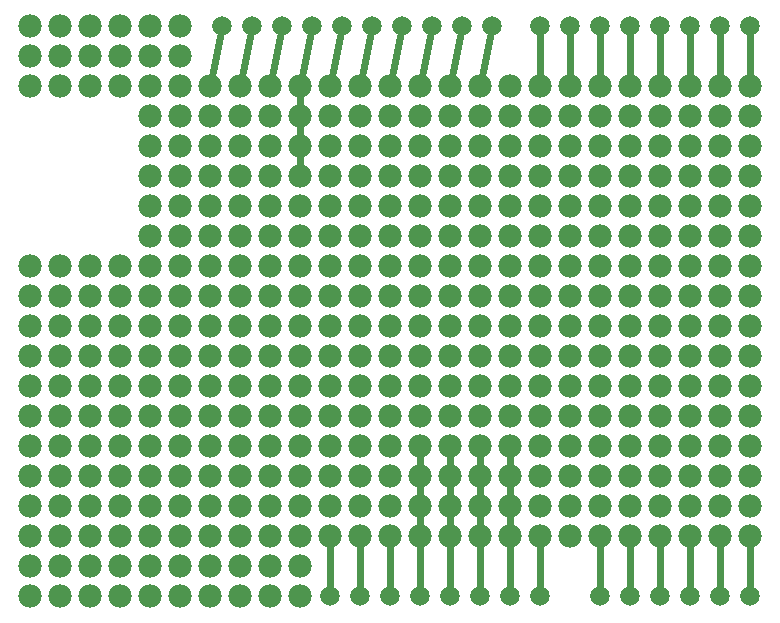
<source format=gtl>
G04 MADE WITH FRITZING*
G04 WWW.FRITZING.ORG*
G04 DOUBLE SIDED*
G04 HOLES PLATED*
G04 CONTOUR ON CENTER OF CONTOUR VECTOR*
%ASAXBY*%
%FSLAX23Y23*%
%MOIN*%
%OFA0B0*%
%SFA1.0B1.0*%
%ADD10C,0.078000*%
%ADD11C,0.065278*%
%ADD12C,0.024000*%
%LNCOPPER1*%
G90*
G70*
G54D10*
X612Y1994D03*
X612Y1894D03*
X612Y1794D03*
X612Y1694D03*
X612Y1594D03*
X612Y1494D03*
X612Y1394D03*
X612Y1294D03*
X612Y1194D03*
X612Y1094D03*
X612Y994D03*
X612Y894D03*
X612Y794D03*
X612Y694D03*
X612Y594D03*
X612Y494D03*
X612Y394D03*
X612Y294D03*
X612Y194D03*
X612Y94D03*
X2312Y1794D03*
X2312Y1694D03*
X2312Y1594D03*
X2312Y1494D03*
X2312Y1394D03*
X2312Y1294D03*
X2312Y1194D03*
X2312Y1094D03*
X2312Y994D03*
X2312Y894D03*
X2312Y794D03*
X2312Y694D03*
X2312Y594D03*
X2312Y494D03*
X2312Y394D03*
X2312Y294D03*
X2412Y1794D03*
X2412Y1694D03*
X2412Y1594D03*
X2412Y1494D03*
X2412Y1394D03*
X2412Y1294D03*
X2412Y1194D03*
X2412Y1094D03*
X2412Y994D03*
X2412Y894D03*
X2412Y794D03*
X2412Y694D03*
X2412Y594D03*
X2412Y494D03*
X2412Y394D03*
X2412Y294D03*
X2212Y1794D03*
X2212Y1694D03*
X2212Y1594D03*
X2212Y1494D03*
X2212Y1394D03*
X2212Y1294D03*
X2212Y1194D03*
X2212Y1094D03*
X2212Y994D03*
X2212Y894D03*
X2212Y794D03*
X2212Y694D03*
X2212Y594D03*
X2212Y494D03*
X2212Y394D03*
X2212Y294D03*
X2012Y1794D03*
X2012Y1694D03*
X2012Y1594D03*
X2012Y1494D03*
X2012Y1394D03*
X2012Y1294D03*
X2012Y1194D03*
X2012Y1094D03*
X2012Y994D03*
X2012Y894D03*
X2012Y794D03*
X2012Y694D03*
X2012Y594D03*
X2012Y494D03*
X2012Y394D03*
X2012Y294D03*
X2112Y1794D03*
X2112Y1694D03*
X2112Y1594D03*
X2112Y1494D03*
X2112Y1394D03*
X2112Y1294D03*
X2112Y1194D03*
X2112Y1094D03*
X2112Y994D03*
X2112Y894D03*
X2112Y794D03*
X2112Y694D03*
X2112Y594D03*
X2112Y494D03*
X2112Y394D03*
X2112Y294D03*
X1812Y1794D03*
X1812Y1694D03*
X1812Y1594D03*
X1812Y1494D03*
X1812Y1394D03*
X1812Y1294D03*
X1812Y1194D03*
X1812Y1094D03*
X1812Y994D03*
X1812Y894D03*
X1812Y794D03*
X1812Y694D03*
X1812Y594D03*
X1812Y494D03*
X1812Y394D03*
X1812Y294D03*
X1912Y1794D03*
X1912Y1694D03*
X1912Y1594D03*
X1912Y1494D03*
X1912Y1394D03*
X1912Y1294D03*
X1912Y1194D03*
X1912Y1094D03*
X1912Y994D03*
X1912Y894D03*
X1912Y794D03*
X1912Y694D03*
X1912Y594D03*
X1912Y494D03*
X1912Y394D03*
X1912Y294D03*
X1312Y1794D03*
X1312Y1694D03*
X1312Y1594D03*
X1312Y1494D03*
X1312Y1394D03*
X1312Y1294D03*
X1312Y1194D03*
X1312Y1094D03*
X1312Y994D03*
X1312Y894D03*
X1312Y794D03*
X1312Y694D03*
X1312Y594D03*
X1312Y494D03*
X1312Y394D03*
X1312Y294D03*
X1412Y1794D03*
X1412Y1694D03*
X1412Y1594D03*
X1412Y1494D03*
X1412Y1394D03*
X1412Y1294D03*
X1412Y1194D03*
X1412Y1094D03*
X1412Y994D03*
X1412Y894D03*
X1412Y794D03*
X1412Y694D03*
X1212Y1794D03*
X1212Y1694D03*
X1212Y1594D03*
X1212Y1494D03*
X1212Y1394D03*
X1212Y1294D03*
X1212Y1194D03*
X1212Y1094D03*
X1212Y994D03*
X1212Y894D03*
X1212Y794D03*
X1212Y694D03*
X1212Y594D03*
X1212Y494D03*
X1212Y394D03*
X1212Y294D03*
X1112Y1794D03*
X1112Y1694D03*
X1112Y1594D03*
X1112Y1494D03*
X1112Y1394D03*
X1112Y1294D03*
X1112Y1194D03*
X1112Y1094D03*
X1112Y994D03*
X1112Y894D03*
X1112Y794D03*
X1112Y694D03*
X1112Y594D03*
X1112Y494D03*
X1112Y394D03*
X1112Y294D03*
X1012Y1794D03*
X1012Y1694D03*
X1012Y1594D03*
X1012Y1494D03*
X912Y1794D03*
X912Y1694D03*
X912Y1594D03*
X912Y1494D03*
X912Y1394D03*
X912Y1294D03*
X912Y1194D03*
X912Y1094D03*
X912Y994D03*
X912Y894D03*
X912Y794D03*
X912Y694D03*
X912Y594D03*
X912Y494D03*
X912Y394D03*
X912Y294D03*
X912Y194D03*
X912Y94D03*
X712Y1794D03*
X712Y1694D03*
X712Y1594D03*
X712Y1494D03*
X712Y1394D03*
X712Y1294D03*
X712Y1194D03*
X712Y1094D03*
X712Y994D03*
X712Y894D03*
X712Y794D03*
X712Y694D03*
X712Y594D03*
X712Y494D03*
X712Y394D03*
X712Y294D03*
X712Y194D03*
X712Y94D03*
X812Y1794D03*
X812Y1694D03*
X812Y1594D03*
X812Y1494D03*
X812Y1394D03*
X812Y1294D03*
X812Y1194D03*
X812Y1094D03*
X812Y994D03*
X812Y894D03*
X812Y794D03*
X812Y694D03*
X812Y594D03*
X812Y494D03*
X812Y394D03*
X812Y294D03*
X812Y194D03*
X812Y94D03*
X1412Y594D03*
X1412Y494D03*
X1412Y394D03*
X1412Y294D03*
G54D11*
X2112Y94D03*
X2212Y94D03*
X2312Y94D03*
X2412Y94D03*
X2512Y94D03*
X1652Y1994D03*
X1552Y1994D03*
X1452Y1994D03*
X1352Y1994D03*
X1252Y1994D03*
X1152Y1994D03*
X1052Y1994D03*
X952Y1994D03*
X852Y1994D03*
X752Y1994D03*
X2512Y1994D03*
X2412Y1994D03*
X2312Y1994D03*
X2212Y1994D03*
X2112Y1994D03*
X2012Y1994D03*
X1912Y1994D03*
X1812Y1994D03*
X1212Y94D03*
X1112Y94D03*
X1312Y94D03*
X1412Y94D03*
X1512Y94D03*
X1612Y94D03*
X1712Y94D03*
X1812Y94D03*
X2012Y94D03*
G54D10*
X1712Y1794D03*
X1712Y1694D03*
X1712Y1594D03*
X1712Y1494D03*
X1712Y1394D03*
X1712Y1294D03*
X1712Y1194D03*
X1712Y1094D03*
X1712Y994D03*
X1712Y894D03*
X1712Y794D03*
X1712Y694D03*
X1512Y1794D03*
X1512Y1694D03*
X1512Y1594D03*
X1512Y1494D03*
X1512Y1394D03*
X1512Y1294D03*
X1512Y1194D03*
X1512Y1094D03*
X1512Y994D03*
X1512Y894D03*
X1512Y794D03*
X1512Y694D03*
X1612Y1794D03*
X1612Y1694D03*
X1612Y1594D03*
X1612Y1494D03*
X1612Y1394D03*
X1612Y1294D03*
X1612Y1194D03*
X1612Y1094D03*
X1612Y994D03*
X1612Y894D03*
X1612Y794D03*
X1612Y694D03*
X1512Y594D03*
X1512Y494D03*
X1512Y394D03*
X1512Y294D03*
X1612Y594D03*
X1612Y494D03*
X1612Y394D03*
X1612Y294D03*
X1612Y594D03*
X1612Y494D03*
X1612Y394D03*
X1612Y294D03*
X1712Y294D03*
X1712Y394D03*
X1712Y494D03*
X1712Y594D03*
X112Y1194D03*
X112Y1094D03*
X112Y994D03*
X112Y894D03*
X112Y794D03*
X112Y694D03*
X112Y594D03*
X112Y494D03*
X112Y394D03*
X112Y294D03*
X112Y194D03*
X112Y94D03*
X212Y1194D03*
X212Y1094D03*
X212Y994D03*
X212Y894D03*
X212Y794D03*
X212Y694D03*
X212Y594D03*
X212Y494D03*
X212Y394D03*
X212Y294D03*
X212Y194D03*
X212Y94D03*
X312Y1194D03*
X312Y1094D03*
X312Y994D03*
X312Y894D03*
X312Y794D03*
X312Y694D03*
X312Y594D03*
X312Y494D03*
X312Y394D03*
X312Y294D03*
X312Y194D03*
X312Y94D03*
X412Y1194D03*
X412Y1094D03*
X412Y994D03*
X412Y894D03*
X412Y794D03*
X412Y694D03*
X412Y594D03*
X412Y494D03*
X412Y394D03*
X412Y294D03*
X412Y194D03*
X412Y94D03*
X512Y1994D03*
X512Y1894D03*
X512Y1794D03*
X512Y1694D03*
X512Y1594D03*
X512Y1494D03*
X512Y1394D03*
X512Y1294D03*
X512Y1194D03*
X512Y1094D03*
X512Y994D03*
X512Y894D03*
X512Y794D03*
X512Y694D03*
X512Y594D03*
X512Y494D03*
X512Y394D03*
X512Y294D03*
X512Y194D03*
X512Y94D03*
X212Y1994D03*
X212Y1894D03*
X212Y1794D03*
X312Y1994D03*
X312Y1894D03*
X312Y1794D03*
X412Y1994D03*
X412Y1894D03*
X412Y1794D03*
X112Y1994D03*
X112Y1894D03*
X112Y1794D03*
X2512Y1794D03*
X2512Y1694D03*
X2512Y1594D03*
X2512Y1494D03*
X2512Y1394D03*
X2512Y1294D03*
X2512Y1194D03*
X2512Y1094D03*
X2512Y994D03*
X2512Y894D03*
X2512Y794D03*
X2512Y694D03*
X2512Y594D03*
X2512Y494D03*
X2512Y394D03*
X2512Y294D03*
X1012Y1394D03*
X1012Y1294D03*
X1012Y1194D03*
X1012Y1094D03*
X1012Y994D03*
X1012Y894D03*
X1012Y794D03*
X1012Y694D03*
X1012Y594D03*
X1012Y494D03*
X1012Y394D03*
X1012Y294D03*
X1012Y194D03*
X1012Y94D03*
G54D12*
X848Y1974D02*
X815Y1813D01*
D02*
X748Y1974D02*
X715Y1813D01*
D02*
X948Y1974D02*
X915Y1813D01*
D02*
X1648Y1974D02*
X1615Y1813D01*
D02*
X1548Y1974D02*
X1515Y1813D01*
D02*
X1448Y1974D02*
X1415Y1813D01*
D02*
X1248Y1974D02*
X1215Y1813D01*
D02*
X1148Y1974D02*
X1115Y1813D01*
D02*
X1048Y1974D02*
X1015Y1813D01*
D02*
X1012Y1713D02*
X1012Y1775D01*
D02*
X1012Y1613D02*
X1012Y1675D01*
D02*
X1012Y1513D02*
X1012Y1575D01*
D02*
X1412Y275D02*
X1412Y114D01*
D02*
X1512Y275D02*
X1512Y114D01*
D02*
X1612Y275D02*
X1612Y114D01*
D02*
X1712Y275D02*
X1712Y114D01*
D02*
X1612Y375D02*
X1612Y313D01*
D02*
X1612Y475D02*
X1612Y413D01*
D02*
X1612Y575D02*
X1612Y513D01*
D02*
X1712Y375D02*
X1712Y313D01*
D02*
X1712Y475D02*
X1712Y413D01*
D02*
X1712Y575D02*
X1712Y513D01*
D02*
X1512Y375D02*
X1512Y313D01*
D02*
X1512Y513D02*
X1512Y575D01*
D02*
X1512Y413D02*
X1512Y475D01*
D02*
X1412Y313D02*
X1412Y375D01*
D02*
X1412Y413D02*
X1412Y475D01*
D02*
X1412Y513D02*
X1412Y575D01*
D02*
X1315Y1813D02*
X1348Y1974D01*
D02*
X1812Y275D02*
X1812Y114D01*
D02*
X1112Y275D02*
X1112Y114D01*
D02*
X1212Y275D02*
X1212Y114D01*
D02*
X1312Y275D02*
X1312Y114D01*
D02*
X2012Y275D02*
X2012Y114D01*
D02*
X2112Y275D02*
X2112Y114D01*
D02*
X2212Y275D02*
X2212Y114D01*
D02*
X2312Y275D02*
X2312Y114D01*
D02*
X2412Y275D02*
X2412Y114D01*
D02*
X2512Y275D02*
X2512Y114D01*
D02*
X2512Y1813D02*
X2512Y1974D01*
D02*
X2412Y1813D02*
X2412Y1974D01*
D02*
X2312Y1813D02*
X2312Y1974D01*
D02*
X2212Y1813D02*
X2212Y1974D01*
D02*
X2112Y1813D02*
X2112Y1974D01*
D02*
X2012Y1813D02*
X2012Y1974D01*
D02*
X1912Y1813D02*
X1912Y1974D01*
D02*
X1812Y1813D02*
X1812Y1974D01*
G04 End of Copper1*
M02*
</source>
